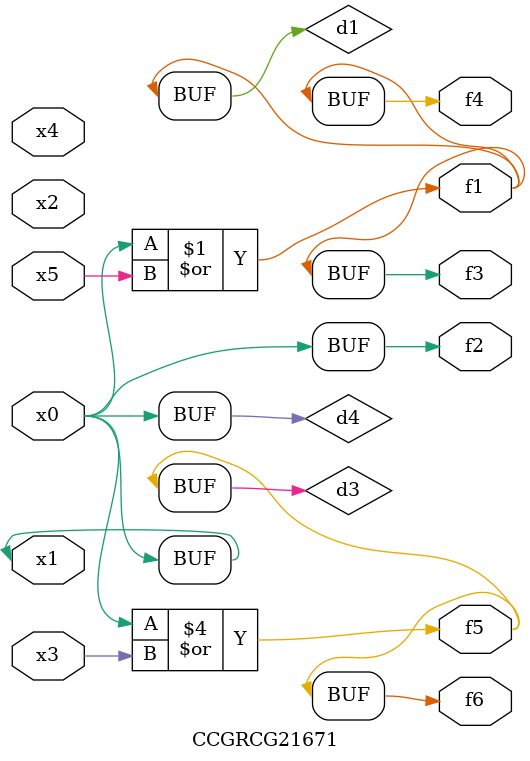
<source format=v>
module CCGRCG21671(
	input x0, x1, x2, x3, x4, x5,
	output f1, f2, f3, f4, f5, f6
);

	wire d1, d2, d3, d4;

	or (d1, x0, x5);
	xnor (d2, x1, x4);
	or (d3, x0, x3);
	buf (d4, x0, x1);
	assign f1 = d1;
	assign f2 = d4;
	assign f3 = d1;
	assign f4 = d1;
	assign f5 = d3;
	assign f6 = d3;
endmodule

</source>
